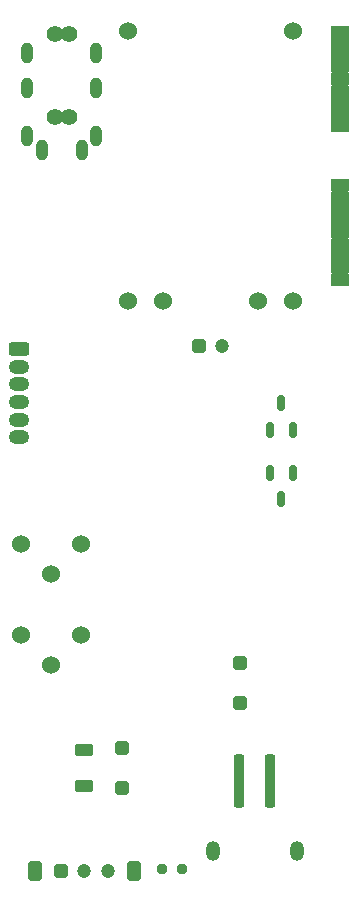
<source format=gbr>
%TF.GenerationSoftware,KiCad,Pcbnew,7.0.5*%
%TF.CreationDate,2023-11-27T01:09:10+09:00*%
%TF.ProjectId,Ultramarine-2_Control_Unit,556c7472-616d-4617-9269-6e652d325f43,rev?*%
%TF.SameCoordinates,Original*%
%TF.FileFunction,Soldermask,Top*%
%TF.FilePolarity,Negative*%
%FSLAX46Y46*%
G04 Gerber Fmt 4.6, Leading zero omitted, Abs format (unit mm)*
G04 Created by KiCad (PCBNEW 7.0.5) date 2023-11-27 01:09:10*
%MOMM*%
%LPD*%
G01*
G04 APERTURE LIST*
G04 Aperture macros list*
%AMRoundRect*
0 Rectangle with rounded corners*
0 $1 Rounding radius*
0 $2 $3 $4 $5 $6 $7 $8 $9 X,Y pos of 4 corners*
0 Add a 4 corners polygon primitive as box body*
4,1,4,$2,$3,$4,$5,$6,$7,$8,$9,$2,$3,0*
0 Add four circle primitives for the rounded corners*
1,1,$1+$1,$2,$3*
1,1,$1+$1,$4,$5*
1,1,$1+$1,$6,$7*
1,1,$1+$1,$8,$9*
0 Add four rect primitives between the rounded corners*
20,1,$1+$1,$2,$3,$4,$5,0*
20,1,$1+$1,$4,$5,$6,$7,0*
20,1,$1+$1,$6,$7,$8,$9,0*
20,1,$1+$1,$8,$9,$2,$3,0*%
%AMFreePoly0*
4,1,6,1.000000,0.000000,0.500000,-0.750000,-0.500000,-0.750000,-0.500000,0.750000,0.500000,0.750000,1.000000,0.000000,1.000000,0.000000,$1*%
G04 Aperture macros list end*
%ADD10RoundRect,0.300000X-0.300000X0.300000X-0.300000X-0.300000X0.300000X-0.300000X0.300000X0.300000X0*%
%ADD11RoundRect,0.200000X0.200000X0.200000X-0.200000X0.200000X-0.200000X-0.200000X0.200000X-0.200000X0*%
%ADD12C,1.524000*%
%ADD13RoundRect,0.300000X0.300000X-0.300000X0.300000X0.300000X-0.300000X0.300000X-0.300000X-0.300000X0*%
%ADD14RoundRect,0.250000X0.550000X-0.250000X0.550000X0.250000X-0.550000X0.250000X-0.550000X-0.250000X0*%
%ADD15R,1.500000X3.000000*%
%ADD16FreePoly0,90.000000*%
%ADD17FreePoly0,270.000000*%
%ADD18O,1.200000X1.700000*%
%ADD19RoundRect,0.225000X-0.225000X-2.025000X0.225000X-2.025000X0.225000X2.025000X-0.225000X2.025000X0*%
%ADD20RoundRect,0.300000X-0.300000X-0.550000X0.300000X-0.550000X0.300000X0.550000X-0.300000X0.550000X0*%
%ADD21RoundRect,0.300000X-0.300000X-0.300000X0.300000X-0.300000X0.300000X0.300000X-0.300000X0.300000X0*%
%ADD22C,1.200000*%
%ADD23RoundRect,0.150000X0.150000X-0.512500X0.150000X0.512500X-0.150000X0.512500X-0.150000X-0.512500X0*%
%ADD24RoundRect,0.150000X-0.150000X0.512500X-0.150000X-0.512500X0.150000X-0.512500X0.150000X0.512500X0*%
%ADD25C,1.400000*%
%ADD26O,1.000000X1.800000*%
%ADD27RoundRect,0.300000X-0.575000X0.300000X-0.575000X-0.300000X0.575000X-0.300000X0.575000X0.300000X0*%
%ADD28O,1.750000X1.200000*%
G04 APERTURE END LIST*
D10*
%TO.C,D2*%
X148500000Y-104850000D03*
X148500000Y-108250000D03*
%TD*%
D11*
%TO.C,D3*%
X143575000Y-122250000D03*
X141925000Y-122250000D03*
%TD*%
D12*
%TO.C,U1*%
X153000000Y-51320000D03*
X139000000Y-51320000D03*
X153000000Y-74180000D03*
X150000000Y-74180000D03*
X142000000Y-74180000D03*
X139000000Y-74180000D03*
%TD*%
D13*
%TO.C,D1*%
X138500000Y-115450000D03*
X138500000Y-112050000D03*
%TD*%
D14*
%TO.C,F1*%
X135300000Y-115250000D03*
X135300000Y-112250000D03*
%TD*%
D15*
%TO.C,JP1*%
X157000000Y-70400000D03*
D16*
X157000000Y-72400000D03*
D17*
X157000000Y-68400000D03*
%TD*%
D18*
%TO.C,BT2*%
X146200000Y-120750000D03*
X153300000Y-120750000D03*
D19*
X148450000Y-114850000D03*
X151050000Y-114850000D03*
%TD*%
D20*
%TO.C,SW1*%
X131100000Y-122500000D03*
X139500000Y-122500000D03*
D21*
X133300000Y-122500000D03*
D22*
X135300000Y-122500000D03*
X137300000Y-122500000D03*
%TD*%
D12*
%TO.C,RV1*%
X129960000Y-102500000D03*
X132500000Y-105040000D03*
X135040000Y-102500000D03*
%TD*%
D23*
%TO.C,Q2*%
X151050000Y-85137500D03*
X152950000Y-85137500D03*
X152000000Y-82862500D03*
%TD*%
D24*
%TO.C,Q1*%
X152950000Y-88725000D03*
X151050000Y-88725000D03*
X152000000Y-91000000D03*
%TD*%
D25*
%TO.C,J2*%
X132800000Y-51600000D03*
X132800000Y-58600000D03*
X134000000Y-51600000D03*
X134000000Y-58600000D03*
D26*
X131700000Y-61400000D03*
X135100000Y-61400000D03*
X130500000Y-60200000D03*
X136300000Y-60200000D03*
X130500000Y-56200000D03*
X136300000Y-56200000D03*
X130500000Y-53200000D03*
X136300000Y-53200000D03*
%TD*%
D15*
%TO.C,JP2*%
X156995000Y-53400000D03*
D17*
X156995000Y-51400000D03*
D16*
X156995000Y-55400000D03*
%TD*%
D21*
%TO.C,BT1*%
X145000000Y-78000000D03*
D22*
X147000000Y-78000000D03*
%TD*%
D27*
%TO.C,J1*%
X129800000Y-78250000D03*
D28*
X129780000Y-79750000D03*
X129800000Y-81250000D03*
X129780000Y-82750000D03*
X129800000Y-84250000D03*
X129780000Y-85750000D03*
%TD*%
D15*
%TO.C,JP5*%
X157000000Y-57400000D03*
D17*
X157000000Y-55400000D03*
D16*
X157000000Y-59400000D03*
%TD*%
D15*
%TO.C,JP3*%
X157000000Y-66400000D03*
D16*
X157000000Y-68400000D03*
D17*
X157000000Y-64400000D03*
%TD*%
D12*
%TO.C,RV2*%
X129960000Y-94750000D03*
X132500000Y-97290000D03*
X135040000Y-94750000D03*
%TD*%
%TO.C,U2*%
X139000000Y-51320000D03*
X153000000Y-51320000D03*
X139000000Y-74180000D03*
X142000000Y-74180000D03*
X150000000Y-74180000D03*
X153000000Y-74180000D03*
%TD*%
M02*

</source>
